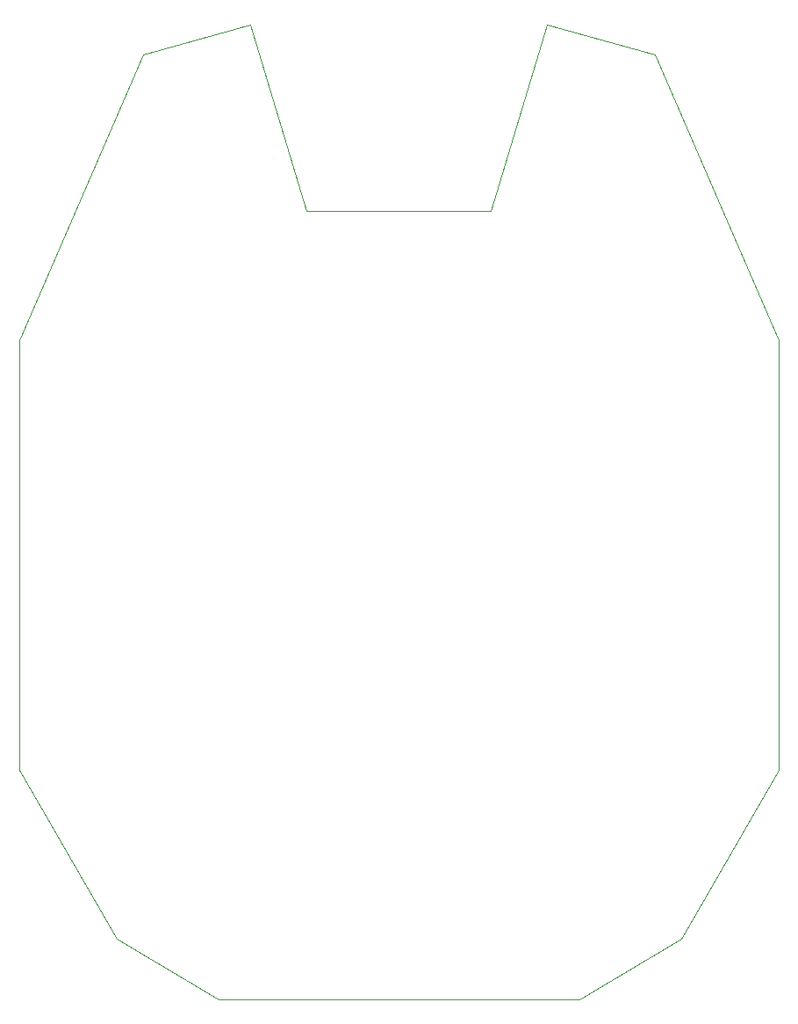
<source format=gbr>
%TF.GenerationSoftware,KiCad,Pcbnew,8.0.9-1.fc40*%
%TF.CreationDate,2025-07-05T11:51:33+08:00*%
%TF.ProjectId,pcb,7063622e-6b69-4636-9164-5f7063625858,rev?*%
%TF.SameCoordinates,Original*%
%TF.FileFunction,Profile,NP*%
%FSLAX46Y46*%
G04 Gerber Fmt 4.6, Leading zero omitted, Abs format (unit mm)*
G04 Created by KiCad (PCBNEW 8.0.9-1.fc40) date 2025-07-05 11:51:33*
%MOMM*%
%LPD*%
G01*
G04 APERTURE LIST*
%TA.AperFunction,Profile*%
%ADD10C,0.000000*%
%TD*%
G04 APERTURE END LIST*
D10*
X269539555Y-122999992D02*
X234750104Y-122999992D01*
X266417599Y-29042810D02*
X260958058Y-47064582D01*
X243215632Y-47064582D02*
X260958058Y-47064582D01*
X269539555Y-122999992D02*
X279396344Y-117179161D01*
X279396344Y-117179161D02*
X288789578Y-100907287D01*
X288789578Y-100907287D02*
X288789578Y-59500000D01*
X288789578Y-59500000D02*
X276845231Y-31983334D01*
X276845231Y-31983334D02*
X266417599Y-29042810D01*
X234750104Y-122999992D02*
X224893131Y-117179161D01*
X224893131Y-117179161D02*
X215500000Y-100907287D01*
X215500000Y-100907287D02*
X215500000Y-59500000D01*
X215500000Y-59500000D02*
X227444350Y-31983334D01*
X227444350Y-31983334D02*
X237765189Y-29072917D01*
X237765189Y-29072917D02*
X243215632Y-47064582D01*
M02*

</source>
